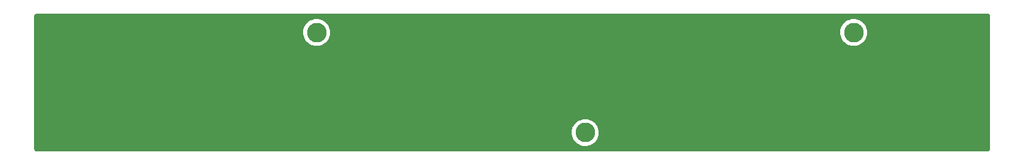
<source format=gtl>
%TF.GenerationSoftware,KiCad,Pcbnew,(5.99.0-12610-g07e01e6297)*%
%TF.CreationDate,2021-10-19T09:50:00+01:00*%
%TF.ProjectId,piccolo-backplate,70696363-6f6c-46f2-9d62-61636b706c61,rev?*%
%TF.SameCoordinates,Original*%
%TF.FileFunction,Copper,L1,Top*%
%TF.FilePolarity,Positive*%
%FSLAX46Y46*%
G04 Gerber Fmt 4.6, Leading zero omitted, Abs format (unit mm)*
G04 Created by KiCad (PCBNEW (5.99.0-12610-g07e01e6297)) date 2021-10-19 09:50:00*
%MOMM*%
%LPD*%
G01*
G04 APERTURE LIST*
%TA.AperFunction,ComponentPad*%
%ADD10C,2.800000*%
%TD*%
G04 APERTURE END LIST*
D10*
%TO.P,H3,*%
%TO.N,*%
X189961868Y-87227905D03*
%TD*%
%TO.P,H1,*%
%TO.N,*%
X113761868Y-87227905D03*
%TD*%
%TO.P,H2,*%
%TO.N,*%
X151861868Y-101515405D03*
%TD*%
%TA.AperFunction,NonConductor*%
G36*
X208981925Y-84562405D02*
G01*
X208996727Y-84564710D01*
X208996729Y-84564710D01*
X209005598Y-84566091D01*
X209014498Y-84564927D01*
X209023474Y-84565037D01*
X209023464Y-84565855D01*
X209044954Y-84566146D01*
X209065342Y-84569375D01*
X209080460Y-84571769D01*
X209117949Y-84583950D01*
X209162050Y-84606420D01*
X209193941Y-84629591D01*
X209228932Y-84664582D01*
X209252103Y-84696473D01*
X209274573Y-84740574D01*
X209286754Y-84778063D01*
X209292242Y-84812714D01*
X209293672Y-84832422D01*
X209292432Y-84840385D01*
X209294256Y-84854333D01*
X209296554Y-84871906D01*
X209297618Y-84888244D01*
X209297618Y-103847327D01*
X209296118Y-103866711D01*
X209292432Y-103890385D01*
X209293596Y-103899285D01*
X209293486Y-103908261D01*
X209292668Y-103908251D01*
X209292377Y-103929741D01*
X209286754Y-103965246D01*
X209274573Y-104002736D01*
X209252104Y-104046836D01*
X209228932Y-104078728D01*
X209193941Y-104113719D01*
X209162050Y-104136890D01*
X209117949Y-104159360D01*
X209080460Y-104171541D01*
X209045809Y-104177029D01*
X209026101Y-104178459D01*
X209018138Y-104177219D01*
X208986617Y-104181341D01*
X208970279Y-104182405D01*
X74028446Y-104182405D01*
X74009061Y-104180905D01*
X73994259Y-104178600D01*
X73994257Y-104178600D01*
X73985388Y-104177219D01*
X73976488Y-104178383D01*
X73967512Y-104178273D01*
X73967522Y-104177455D01*
X73946032Y-104177164D01*
X73925644Y-104173935D01*
X73910526Y-104171541D01*
X73873037Y-104159360D01*
X73828936Y-104136890D01*
X73797045Y-104113719D01*
X73762054Y-104078728D01*
X73738882Y-104046836D01*
X73716413Y-104002736D01*
X73704232Y-103965246D01*
X73699525Y-103935525D01*
X73698635Y-103909196D01*
X73698439Y-103909194D01*
X73698491Y-103904943D01*
X73698491Y-103904940D01*
X73698592Y-103896655D01*
X73694641Y-103869067D01*
X73693368Y-103851204D01*
X73693368Y-101455304D01*
X149949437Y-101455304D01*
X149960048Y-101725368D01*
X150008605Y-101991242D01*
X150094140Y-102247622D01*
X150214946Y-102489392D01*
X150217475Y-102493051D01*
X150321431Y-102643463D01*
X150368612Y-102711729D01*
X150552073Y-102910195D01*
X150761667Y-103080832D01*
X150993214Y-103220235D01*
X150997309Y-103221969D01*
X150997311Y-103221970D01*
X151237992Y-103323885D01*
X151237999Y-103323887D01*
X151242093Y-103325621D01*
X151338226Y-103351110D01*
X151499040Y-103393750D01*
X151499045Y-103393751D01*
X151503337Y-103394889D01*
X151507746Y-103395411D01*
X151507752Y-103395412D01*
X151657078Y-103413085D01*
X151771736Y-103426656D01*
X152041932Y-103420288D01*
X152046327Y-103419556D01*
X152046332Y-103419556D01*
X152304135Y-103376646D01*
X152304139Y-103376645D01*
X152308537Y-103375913D01*
X152476827Y-103322690D01*
X152561982Y-103295759D01*
X152561984Y-103295758D01*
X152566228Y-103294416D01*
X152570239Y-103292490D01*
X152570244Y-103292488D01*
X152805847Y-103179353D01*
X152805848Y-103179352D01*
X152809866Y-103177423D01*
X152958636Y-103078018D01*
X153030881Y-103029746D01*
X153030885Y-103029743D01*
X153034589Y-103027268D01*
X153037906Y-103024297D01*
X153037910Y-103024294D01*
X153232597Y-102849917D01*
X153235913Y-102846947D01*
X153409821Y-102640059D01*
X153552843Y-102410730D01*
X153662126Y-102163538D01*
X153735488Y-101903413D01*
X153758814Y-101729748D01*
X153771040Y-101638729D01*
X153771041Y-101638721D01*
X153771467Y-101635547D01*
X153775243Y-101515405D01*
X153756155Y-101245808D01*
X153699270Y-100981590D01*
X153679669Y-100928458D01*
X153607265Y-100732201D01*
X153605724Y-100728024D01*
X153576378Y-100673636D01*
X153479497Y-100494083D01*
X153479497Y-100494082D01*
X153477384Y-100490167D01*
X153316810Y-100272767D01*
X153127206Y-100080161D01*
X153050424Y-100021563D01*
X152915896Y-99918894D01*
X152915892Y-99918892D01*
X152912355Y-99916192D01*
X152676543Y-99784132D01*
X152424477Y-99686615D01*
X152420152Y-99685612D01*
X152420147Y-99685611D01*
X152314616Y-99661151D01*
X152161186Y-99625587D01*
X151891922Y-99602266D01*
X151887487Y-99602510D01*
X151887483Y-99602510D01*
X151626502Y-99616873D01*
X151626495Y-99616874D01*
X151622059Y-99617118D01*
X151490490Y-99643288D01*
X151361352Y-99668975D01*
X151361347Y-99668976D01*
X151356980Y-99669845D01*
X151352777Y-99671321D01*
X151106183Y-99757918D01*
X151106180Y-99757919D01*
X151101975Y-99759396D01*
X151098022Y-99761449D01*
X151098016Y-99761452D01*
X151054356Y-99784132D01*
X150862132Y-99883985D01*
X150858517Y-99886568D01*
X150858511Y-99886572D01*
X150645858Y-100038536D01*
X150645854Y-100038539D01*
X150642237Y-100041124D01*
X150446676Y-100227680D01*
X150279353Y-100439929D01*
X150277121Y-100443771D01*
X150277118Y-100443776D01*
X150145842Y-100669782D01*
X150145839Y-100669789D01*
X150143604Y-100673636D01*
X150042140Y-100924140D01*
X150041069Y-100928453D01*
X150041067Y-100928458D01*
X150027869Y-100981590D01*
X149976984Y-101186440D01*
X149976530Y-101190868D01*
X149976530Y-101190870D01*
X149949891Y-101450872D01*
X149949437Y-101455304D01*
X73693368Y-101455304D01*
X73693368Y-87167804D01*
X111849437Y-87167804D01*
X111860048Y-87437868D01*
X111908605Y-87703742D01*
X111994140Y-87960122D01*
X112114946Y-88201892D01*
X112117475Y-88205551D01*
X112221431Y-88355963D01*
X112268612Y-88424229D01*
X112452073Y-88622695D01*
X112661667Y-88793332D01*
X112893214Y-88932735D01*
X112897309Y-88934469D01*
X112897311Y-88934470D01*
X113137992Y-89036385D01*
X113137999Y-89036387D01*
X113142093Y-89038121D01*
X113238226Y-89063610D01*
X113399040Y-89106250D01*
X113399045Y-89106251D01*
X113403337Y-89107389D01*
X113407746Y-89107911D01*
X113407752Y-89107912D01*
X113557078Y-89125585D01*
X113671736Y-89139156D01*
X113941932Y-89132788D01*
X113946327Y-89132056D01*
X113946332Y-89132056D01*
X114204135Y-89089146D01*
X114204139Y-89089145D01*
X114208537Y-89088413D01*
X114376827Y-89035190D01*
X114461982Y-89008259D01*
X114461984Y-89008258D01*
X114466228Y-89006916D01*
X114470239Y-89004990D01*
X114470244Y-89004988D01*
X114705847Y-88891853D01*
X114705848Y-88891852D01*
X114709866Y-88889923D01*
X114858636Y-88790518D01*
X114930881Y-88742246D01*
X114930885Y-88742243D01*
X114934589Y-88739768D01*
X114937906Y-88736797D01*
X114937910Y-88736794D01*
X115132597Y-88562417D01*
X115135913Y-88559447D01*
X115309821Y-88352559D01*
X115452843Y-88123230D01*
X115562126Y-87876038D01*
X115635488Y-87615913D01*
X115658814Y-87442248D01*
X115671040Y-87351229D01*
X115671041Y-87351221D01*
X115671467Y-87348047D01*
X115675243Y-87227905D01*
X115670988Y-87167804D01*
X188049437Y-87167804D01*
X188060048Y-87437868D01*
X188108605Y-87703742D01*
X188194140Y-87960122D01*
X188314946Y-88201892D01*
X188317475Y-88205551D01*
X188421431Y-88355963D01*
X188468612Y-88424229D01*
X188652073Y-88622695D01*
X188861667Y-88793332D01*
X189093214Y-88932735D01*
X189097309Y-88934469D01*
X189097311Y-88934470D01*
X189337992Y-89036385D01*
X189337999Y-89036387D01*
X189342093Y-89038121D01*
X189438226Y-89063610D01*
X189599040Y-89106250D01*
X189599045Y-89106251D01*
X189603337Y-89107389D01*
X189607746Y-89107911D01*
X189607752Y-89107912D01*
X189757078Y-89125585D01*
X189871736Y-89139156D01*
X190141932Y-89132788D01*
X190146327Y-89132056D01*
X190146332Y-89132056D01*
X190404135Y-89089146D01*
X190404139Y-89089145D01*
X190408537Y-89088413D01*
X190576827Y-89035190D01*
X190661982Y-89008259D01*
X190661984Y-89008258D01*
X190666228Y-89006916D01*
X190670239Y-89004990D01*
X190670244Y-89004988D01*
X190905847Y-88891853D01*
X190905848Y-88891852D01*
X190909866Y-88889923D01*
X191058636Y-88790518D01*
X191130881Y-88742246D01*
X191130885Y-88742243D01*
X191134589Y-88739768D01*
X191137906Y-88736797D01*
X191137910Y-88736794D01*
X191332597Y-88562417D01*
X191335913Y-88559447D01*
X191509821Y-88352559D01*
X191652843Y-88123230D01*
X191762126Y-87876038D01*
X191835488Y-87615913D01*
X191858814Y-87442248D01*
X191871040Y-87351229D01*
X191871041Y-87351221D01*
X191871467Y-87348047D01*
X191875243Y-87227905D01*
X191856155Y-86958308D01*
X191799270Y-86694090D01*
X191779669Y-86640958D01*
X191707265Y-86444701D01*
X191705724Y-86440524D01*
X191676378Y-86386136D01*
X191579497Y-86206583D01*
X191579497Y-86206582D01*
X191577384Y-86202667D01*
X191416810Y-85985267D01*
X191227206Y-85792661D01*
X191150424Y-85734063D01*
X191015896Y-85631394D01*
X191015892Y-85631392D01*
X191012355Y-85628692D01*
X190776543Y-85496632D01*
X190524477Y-85399115D01*
X190520152Y-85398112D01*
X190520147Y-85398111D01*
X190414616Y-85373651D01*
X190261186Y-85338087D01*
X189991922Y-85314766D01*
X189987487Y-85315010D01*
X189987483Y-85315010D01*
X189726502Y-85329373D01*
X189726495Y-85329374D01*
X189722059Y-85329618D01*
X189590490Y-85355788D01*
X189461352Y-85381475D01*
X189461347Y-85381476D01*
X189456980Y-85382345D01*
X189452777Y-85383821D01*
X189206183Y-85470418D01*
X189206180Y-85470419D01*
X189201975Y-85471896D01*
X189198022Y-85473949D01*
X189198016Y-85473952D01*
X189154356Y-85496632D01*
X188962132Y-85596485D01*
X188958517Y-85599068D01*
X188958511Y-85599072D01*
X188745858Y-85751036D01*
X188745854Y-85751039D01*
X188742237Y-85753624D01*
X188546676Y-85940180D01*
X188379353Y-86152429D01*
X188377121Y-86156271D01*
X188377118Y-86156276D01*
X188245842Y-86382282D01*
X188245839Y-86382289D01*
X188243604Y-86386136D01*
X188142140Y-86636640D01*
X188141069Y-86640953D01*
X188141067Y-86640958D01*
X188127869Y-86694090D01*
X188076984Y-86898940D01*
X188076530Y-86903368D01*
X188076530Y-86903370D01*
X188049891Y-87163372D01*
X188049437Y-87167804D01*
X115670988Y-87167804D01*
X115656155Y-86958308D01*
X115599270Y-86694090D01*
X115579669Y-86640958D01*
X115507265Y-86444701D01*
X115505724Y-86440524D01*
X115476378Y-86386136D01*
X115379497Y-86206583D01*
X115379497Y-86206582D01*
X115377384Y-86202667D01*
X115216810Y-85985267D01*
X115027206Y-85792661D01*
X114950424Y-85734063D01*
X114815896Y-85631394D01*
X114815892Y-85631392D01*
X114812355Y-85628692D01*
X114576543Y-85496632D01*
X114324477Y-85399115D01*
X114320152Y-85398112D01*
X114320147Y-85398111D01*
X114214616Y-85373651D01*
X114061186Y-85338087D01*
X113791922Y-85314766D01*
X113787487Y-85315010D01*
X113787483Y-85315010D01*
X113526502Y-85329373D01*
X113526495Y-85329374D01*
X113522059Y-85329618D01*
X113390490Y-85355788D01*
X113261352Y-85381475D01*
X113261347Y-85381476D01*
X113256980Y-85382345D01*
X113252777Y-85383821D01*
X113006183Y-85470418D01*
X113006180Y-85470419D01*
X113001975Y-85471896D01*
X112998022Y-85473949D01*
X112998016Y-85473952D01*
X112954356Y-85496632D01*
X112762132Y-85596485D01*
X112758517Y-85599068D01*
X112758511Y-85599072D01*
X112545858Y-85751036D01*
X112545854Y-85751039D01*
X112542237Y-85753624D01*
X112346676Y-85940180D01*
X112179353Y-86152429D01*
X112177121Y-86156271D01*
X112177118Y-86156276D01*
X112045842Y-86382282D01*
X112045839Y-86382289D01*
X112043604Y-86386136D01*
X111942140Y-86636640D01*
X111941069Y-86640953D01*
X111941067Y-86640958D01*
X111927869Y-86694090D01*
X111876984Y-86898940D01*
X111876530Y-86903368D01*
X111876530Y-86903370D01*
X111849891Y-87163372D01*
X111849437Y-87167804D01*
X73693368Y-87167804D01*
X73693368Y-84899862D01*
X73695114Y-84878958D01*
X73697632Y-84863990D01*
X73698439Y-84859194D01*
X73698592Y-84846655D01*
X73697903Y-84841844D01*
X73697717Y-84838992D01*
X73699001Y-84811091D01*
X73704232Y-84778063D01*
X73716413Y-84740574D01*
X73738883Y-84696473D01*
X73762054Y-84664582D01*
X73797045Y-84629591D01*
X73828936Y-84606420D01*
X73873037Y-84583950D01*
X73910526Y-84571769D01*
X73945177Y-84566281D01*
X73964885Y-84564851D01*
X73972848Y-84566091D01*
X74004370Y-84561969D01*
X74020707Y-84560905D01*
X208962540Y-84560905D01*
X208981925Y-84562405D01*
G37*
%TD.AperFunction*%
M02*

</source>
